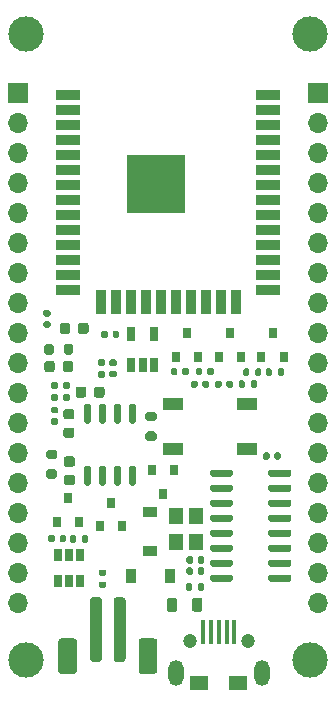
<source format=gbr>
%TF.GenerationSoftware,KiCad,Pcbnew,(5.1.7-0-10_14)*%
%TF.CreationDate,2020-11-17T22:17:43+09:00*%
%TF.ProjectId,mini-esp32,6d696e69-2d65-4737-9033-322e6b696361,rev?*%
%TF.SameCoordinates,Original*%
%TF.FileFunction,Soldermask,Top*%
%TF.FilePolarity,Negative*%
%FSLAX46Y46*%
G04 Gerber Fmt 4.6, Leading zero omitted, Abs format (unit mm)*
G04 Created by KiCad (PCBNEW (5.1.7-0-10_14)) date 2020-11-17 22:17:43*
%MOMM*%
%LPD*%
G01*
G04 APERTURE LIST*
%ADD10R,5.000000X5.000000*%
%ADD11R,2.000000X0.900000*%
%ADD12R,0.900000X2.000000*%
%ADD13R,0.400000X2.000000*%
%ADD14R,1.600000X1.200000*%
%ADD15O,1.300000X2.200000*%
%ADD16C,1.200000*%
%ADD17R,1.200000X0.900000*%
%ADD18R,0.800000X0.900000*%
%ADD19R,1.700000X1.000000*%
%ADD20R,0.650000X1.220000*%
%ADD21R,1.200000X1.400000*%
%ADD22C,3.000000*%
%ADD23O,1.700000X1.700000*%
%ADD24R,1.700000X1.700000*%
%ADD25R,0.650000X1.060000*%
%ADD26R,0.900000X1.200000*%
G04 APERTURE END LIST*
%TO.C,R3*%
G36*
G01*
X127885000Y-91620000D02*
X128255000Y-91620000D01*
G75*
G02*
X128390000Y-91755000I0J-135000D01*
G01*
X128390000Y-92025000D01*
G75*
G02*
X128255000Y-92160000I-135000J0D01*
G01*
X127885000Y-92160000D01*
G75*
G02*
X127750000Y-92025000I0J135000D01*
G01*
X127750000Y-91755000D01*
G75*
G02*
X127885000Y-91620000I135000J0D01*
G01*
G37*
G36*
G01*
X127885000Y-92640000D02*
X128255000Y-92640000D01*
G75*
G02*
X128390000Y-92775000I0J-135000D01*
G01*
X128390000Y-93045000D01*
G75*
G02*
X128255000Y-93180000I-135000J0D01*
G01*
X127885000Y-93180000D01*
G75*
G02*
X127750000Y-93045000I0J135000D01*
G01*
X127750000Y-92775000D01*
G75*
G02*
X127885000Y-92640000I135000J0D01*
G01*
G37*
%TD*%
%TO.C,C3*%
G36*
G01*
X128600000Y-89330000D02*
X128600000Y-89670000D01*
G75*
G02*
X128460000Y-89810000I-140000J0D01*
G01*
X128180000Y-89810000D01*
G75*
G02*
X128040000Y-89670000I0J140000D01*
G01*
X128040000Y-89330000D01*
G75*
G02*
X128180000Y-89190000I140000J0D01*
G01*
X128460000Y-89190000D01*
G75*
G02*
X128600000Y-89330000I0J-140000D01*
G01*
G37*
G36*
G01*
X129560000Y-89330000D02*
X129560000Y-89670000D01*
G75*
G02*
X129420000Y-89810000I-140000J0D01*
G01*
X129140000Y-89810000D01*
G75*
G02*
X129000000Y-89670000I0J140000D01*
G01*
X129000000Y-89330000D01*
G75*
G02*
X129140000Y-89190000I140000J0D01*
G01*
X129420000Y-89190000D01*
G75*
G02*
X129560000Y-89330000I0J-140000D01*
G01*
G37*
%TD*%
D10*
%TO.C,U1*%
X132700000Y-76745000D03*
D11*
X125200000Y-69245000D03*
X125200000Y-70515000D03*
X125200000Y-71785000D03*
X125200000Y-73055000D03*
X125200000Y-74325000D03*
X125200000Y-75595000D03*
X125200000Y-76865000D03*
X125200000Y-78135000D03*
X125200000Y-79405000D03*
X125200000Y-80675000D03*
X125200000Y-81945000D03*
X125200000Y-83215000D03*
X125200000Y-84485000D03*
X125200000Y-85755000D03*
D12*
X127985000Y-86755000D03*
X129255000Y-86755000D03*
X130525000Y-86755000D03*
X131795000Y-86755000D03*
X133065000Y-86755000D03*
X134335000Y-86755000D03*
X135605000Y-86755000D03*
X136875000Y-86755000D03*
X138145000Y-86755000D03*
X139415000Y-86755000D03*
D11*
X142200000Y-85755000D03*
X142200000Y-84485000D03*
X142200000Y-83215000D03*
X142200000Y-81945000D03*
X142200000Y-80675000D03*
X142200000Y-79405000D03*
X142200000Y-78135000D03*
X142200000Y-76865000D03*
X142200000Y-75595000D03*
X142200000Y-74325000D03*
X142200000Y-73055000D03*
X142200000Y-71785000D03*
X142200000Y-70515000D03*
X142200000Y-69245000D03*
%TD*%
D13*
%TO.C,J2*%
X139299000Y-114713000D03*
X138649000Y-114713000D03*
X137999000Y-114713000D03*
X137349000Y-114713000D03*
X136699000Y-114713000D03*
D14*
X139605000Y-119025000D03*
X136326000Y-119009000D03*
D15*
X141628000Y-118198000D03*
X134389000Y-118198000D03*
D16*
X135584000Y-115498000D03*
X140434000Y-115498000D03*
%TD*%
%TO.C,C1*%
G36*
G01*
X127425000Y-94650000D02*
X127425000Y-94150000D01*
G75*
G02*
X127650000Y-93925000I225000J0D01*
G01*
X128100000Y-93925000D01*
G75*
G02*
X128325000Y-94150000I0J-225000D01*
G01*
X128325000Y-94650000D01*
G75*
G02*
X128100000Y-94875000I-225000J0D01*
G01*
X127650000Y-94875000D01*
G75*
G02*
X127425000Y-94650000I0J225000D01*
G01*
G37*
G36*
G01*
X125875000Y-94650000D02*
X125875000Y-94150000D01*
G75*
G02*
X126100000Y-93925000I225000J0D01*
G01*
X126550000Y-93925000D01*
G75*
G02*
X126775000Y-94150000I0J-225000D01*
G01*
X126775000Y-94650000D01*
G75*
G02*
X126550000Y-94875000I-225000J0D01*
G01*
X126100000Y-94875000D01*
G75*
G02*
X125875000Y-94650000I0J225000D01*
G01*
G37*
%TD*%
%TO.C,C2*%
G36*
G01*
X128870000Y-91620000D02*
X129210000Y-91620000D01*
G75*
G02*
X129350000Y-91760000I0J-140000D01*
G01*
X129350000Y-92040000D01*
G75*
G02*
X129210000Y-92180000I-140000J0D01*
G01*
X128870000Y-92180000D01*
G75*
G02*
X128730000Y-92040000I0J140000D01*
G01*
X128730000Y-91760000D01*
G75*
G02*
X128870000Y-91620000I140000J0D01*
G01*
G37*
G36*
G01*
X128870000Y-92580000D02*
X129210000Y-92580000D01*
G75*
G02*
X129350000Y-92720000I0J-140000D01*
G01*
X129350000Y-93000000D01*
G75*
G02*
X129210000Y-93140000I-140000J0D01*
G01*
X128870000Y-93140000D01*
G75*
G02*
X128730000Y-93000000I0J140000D01*
G01*
X128730000Y-92720000D01*
G75*
G02*
X128870000Y-92580000I140000J0D01*
G01*
G37*
%TD*%
%TO.C,C5*%
G36*
G01*
X125600000Y-102275000D02*
X125100000Y-102275000D01*
G75*
G02*
X124875000Y-102050000I0J225000D01*
G01*
X124875000Y-101600000D01*
G75*
G02*
X125100000Y-101375000I225000J0D01*
G01*
X125600000Y-101375000D01*
G75*
G02*
X125825000Y-101600000I0J-225000D01*
G01*
X125825000Y-102050000D01*
G75*
G02*
X125600000Y-102275000I-225000J0D01*
G01*
G37*
G36*
G01*
X125600000Y-100725000D02*
X125100000Y-100725000D01*
G75*
G02*
X124875000Y-100500000I0J225000D01*
G01*
X124875000Y-100050000D01*
G75*
G02*
X125100000Y-99825000I225000J0D01*
G01*
X125600000Y-99825000D01*
G75*
G02*
X125825000Y-100050000I0J-225000D01*
G01*
X125825000Y-100500000D01*
G75*
G02*
X125600000Y-100725000I-225000J0D01*
G01*
G37*
%TD*%
%TO.C,C6*%
G36*
G01*
X123280000Y-87440000D02*
X123620000Y-87440000D01*
G75*
G02*
X123760000Y-87580000I0J-140000D01*
G01*
X123760000Y-87860000D01*
G75*
G02*
X123620000Y-88000000I-140000J0D01*
G01*
X123280000Y-88000000D01*
G75*
G02*
X123140000Y-87860000I0J140000D01*
G01*
X123140000Y-87580000D01*
G75*
G02*
X123280000Y-87440000I140000J0D01*
G01*
G37*
G36*
G01*
X123280000Y-88400000D02*
X123620000Y-88400000D01*
G75*
G02*
X123760000Y-88540000I0J-140000D01*
G01*
X123760000Y-88820000D01*
G75*
G02*
X123620000Y-88960000I-140000J0D01*
G01*
X123280000Y-88960000D01*
G75*
G02*
X123140000Y-88820000I0J140000D01*
G01*
X123140000Y-88540000D01*
G75*
G02*
X123280000Y-88400000I140000J0D01*
G01*
G37*
%TD*%
%TO.C,C7*%
G36*
G01*
X138230000Y-93556000D02*
X138230000Y-93896000D01*
G75*
G02*
X138090000Y-94036000I-140000J0D01*
G01*
X137810000Y-94036000D01*
G75*
G02*
X137670000Y-93896000I0J140000D01*
G01*
X137670000Y-93556000D01*
G75*
G02*
X137810000Y-93416000I140000J0D01*
G01*
X138090000Y-93416000D01*
G75*
G02*
X138230000Y-93556000I0J-140000D01*
G01*
G37*
G36*
G01*
X139190000Y-93556000D02*
X139190000Y-93896000D01*
G75*
G02*
X139050000Y-94036000I-140000J0D01*
G01*
X138770000Y-94036000D01*
G75*
G02*
X138630000Y-93896000I0J140000D01*
G01*
X138630000Y-93556000D01*
G75*
G02*
X138770000Y-93416000I140000J0D01*
G01*
X139050000Y-93416000D01*
G75*
G02*
X139190000Y-93556000I0J-140000D01*
G01*
G37*
%TD*%
%TO.C,C8*%
G36*
G01*
X137158000Y-93556000D02*
X137158000Y-93896000D01*
G75*
G02*
X137018000Y-94036000I-140000J0D01*
G01*
X136738000Y-94036000D01*
G75*
G02*
X136598000Y-93896000I0J140000D01*
G01*
X136598000Y-93556000D01*
G75*
G02*
X136738000Y-93416000I140000J0D01*
G01*
X137018000Y-93416000D01*
G75*
G02*
X137158000Y-93556000I0J-140000D01*
G01*
G37*
G36*
G01*
X136198000Y-93556000D02*
X136198000Y-93896000D01*
G75*
G02*
X136058000Y-94036000I-140000J0D01*
G01*
X135778000Y-94036000D01*
G75*
G02*
X135638000Y-93896000I0J140000D01*
G01*
X135638000Y-93556000D01*
G75*
G02*
X135778000Y-93416000I140000J0D01*
G01*
X136058000Y-93416000D01*
G75*
G02*
X136198000Y-93556000I0J-140000D01*
G01*
G37*
%TD*%
%TO.C,C9*%
G36*
G01*
X136780000Y-108430000D02*
X136780000Y-108770000D01*
G75*
G02*
X136640000Y-108910000I-140000J0D01*
G01*
X136360000Y-108910000D01*
G75*
G02*
X136220000Y-108770000I0J140000D01*
G01*
X136220000Y-108430000D01*
G75*
G02*
X136360000Y-108290000I140000J0D01*
G01*
X136640000Y-108290000D01*
G75*
G02*
X136780000Y-108430000I0J-140000D01*
G01*
G37*
G36*
G01*
X135820000Y-108430000D02*
X135820000Y-108770000D01*
G75*
G02*
X135680000Y-108910000I-140000J0D01*
G01*
X135400000Y-108910000D01*
G75*
G02*
X135260000Y-108770000I0J140000D01*
G01*
X135260000Y-108430000D01*
G75*
G02*
X135400000Y-108290000I140000J0D01*
G01*
X135680000Y-108290000D01*
G75*
G02*
X135820000Y-108430000I0J-140000D01*
G01*
G37*
%TD*%
%TO.C,C10*%
G36*
G01*
X135820000Y-109380000D02*
X135820000Y-109720000D01*
G75*
G02*
X135680000Y-109860000I-140000J0D01*
G01*
X135400000Y-109860000D01*
G75*
G02*
X135260000Y-109720000I0J140000D01*
G01*
X135260000Y-109380000D01*
G75*
G02*
X135400000Y-109240000I140000J0D01*
G01*
X135680000Y-109240000D01*
G75*
G02*
X135820000Y-109380000I0J-140000D01*
G01*
G37*
G36*
G01*
X136780000Y-109380000D02*
X136780000Y-109720000D01*
G75*
G02*
X136640000Y-109860000I-140000J0D01*
G01*
X136360000Y-109860000D01*
G75*
G02*
X136220000Y-109720000I0J140000D01*
G01*
X136220000Y-109380000D01*
G75*
G02*
X136360000Y-109240000I140000J0D01*
G01*
X136640000Y-109240000D01*
G75*
G02*
X136780000Y-109380000I0J-140000D01*
G01*
G37*
%TD*%
D17*
%TO.C,D1*%
X132200000Y-104550000D03*
X132200000Y-107850000D03*
%TD*%
%TO.C,D2*%
G36*
G01*
X125556250Y-96700000D02*
X125043750Y-96700000D01*
G75*
G02*
X124825000Y-96481250I0J218750D01*
G01*
X124825000Y-96043750D01*
G75*
G02*
X125043750Y-95825000I218750J0D01*
G01*
X125556250Y-95825000D01*
G75*
G02*
X125775000Y-96043750I0J-218750D01*
G01*
X125775000Y-96481250D01*
G75*
G02*
X125556250Y-96700000I-218750J0D01*
G01*
G37*
G36*
G01*
X125556250Y-98275000D02*
X125043750Y-98275000D01*
G75*
G02*
X124825000Y-98056250I0J218750D01*
G01*
X124825000Y-97618750D01*
G75*
G02*
X125043750Y-97400000I218750J0D01*
G01*
X125556250Y-97400000D01*
G75*
G02*
X125775000Y-97618750I0J-218750D01*
G01*
X125775000Y-98056250D01*
G75*
G02*
X125556250Y-98275000I-218750J0D01*
G01*
G37*
%TD*%
%TO.C,D3*%
G36*
G01*
X124810000Y-92481250D02*
X124810000Y-91968750D01*
G75*
G02*
X125028750Y-91750000I218750J0D01*
G01*
X125466250Y-91750000D01*
G75*
G02*
X125685000Y-91968750I0J-218750D01*
G01*
X125685000Y-92481250D01*
G75*
G02*
X125466250Y-92700000I-218750J0D01*
G01*
X125028750Y-92700000D01*
G75*
G02*
X124810000Y-92481250I0J218750D01*
G01*
G37*
G36*
G01*
X123235000Y-92481250D02*
X123235000Y-91968750D01*
G75*
G02*
X123453750Y-91750000I218750J0D01*
G01*
X123891250Y-91750000D01*
G75*
G02*
X124110000Y-91968750I0J-218750D01*
G01*
X124110000Y-92481250D01*
G75*
G02*
X123891250Y-92700000I-218750J0D01*
G01*
X123453750Y-92700000D01*
G75*
G02*
X123235000Y-92481250I0J218750D01*
G01*
G37*
%TD*%
%TO.C,FB1*%
G36*
G01*
X133600000Y-112781250D02*
X133600000Y-112018750D01*
G75*
G02*
X133818750Y-111800000I218750J0D01*
G01*
X134256250Y-111800000D01*
G75*
G02*
X134475000Y-112018750I0J-218750D01*
G01*
X134475000Y-112781250D01*
G75*
G02*
X134256250Y-113000000I-218750J0D01*
G01*
X133818750Y-113000000D01*
G75*
G02*
X133600000Y-112781250I0J218750D01*
G01*
G37*
G36*
G01*
X135725000Y-112781250D02*
X135725000Y-112018750D01*
G75*
G02*
X135943750Y-111800000I218750J0D01*
G01*
X136381250Y-111800000D01*
G75*
G02*
X136600000Y-112018750I0J-218750D01*
G01*
X136600000Y-112781250D01*
G75*
G02*
X136381250Y-113000000I-218750J0D01*
G01*
X135943750Y-113000000D01*
G75*
G02*
X135725000Y-112781250I0J218750D01*
G01*
G37*
%TD*%
%TO.C,J1*%
G36*
G01*
X126000000Y-115500000D02*
X126000000Y-118000000D01*
G75*
G02*
X125750000Y-118250000I-250000J0D01*
G01*
X124650000Y-118250000D01*
G75*
G02*
X124400000Y-118000000I0J250000D01*
G01*
X124400000Y-115500000D01*
G75*
G02*
X124650000Y-115250000I250000J0D01*
G01*
X125750000Y-115250000D01*
G75*
G02*
X126000000Y-115500000I0J-250000D01*
G01*
G37*
G36*
G01*
X132800000Y-115500000D02*
X132800000Y-118000000D01*
G75*
G02*
X132550000Y-118250000I-250000J0D01*
G01*
X131450000Y-118250000D01*
G75*
G02*
X131200000Y-118000000I0J250000D01*
G01*
X131200000Y-115500000D01*
G75*
G02*
X131450000Y-115250000I250000J0D01*
G01*
X132550000Y-115250000D01*
G75*
G02*
X132800000Y-115500000I0J-250000D01*
G01*
G37*
G36*
G01*
X128100000Y-112000000D02*
X128100000Y-117000000D01*
G75*
G02*
X127850000Y-117250000I-250000J0D01*
G01*
X127350000Y-117250000D01*
G75*
G02*
X127100000Y-117000000I0J250000D01*
G01*
X127100000Y-112000000D01*
G75*
G02*
X127350000Y-111750000I250000J0D01*
G01*
X127850000Y-111750000D01*
G75*
G02*
X128100000Y-112000000I0J-250000D01*
G01*
G37*
G36*
G01*
X130100000Y-112000000D02*
X130100000Y-117000000D01*
G75*
G02*
X129850000Y-117250000I-250000J0D01*
G01*
X129350000Y-117250000D01*
G75*
G02*
X129100000Y-117000000I0J250000D01*
G01*
X129100000Y-112000000D01*
G75*
G02*
X129350000Y-111750000I250000J0D01*
G01*
X129850000Y-111750000D01*
G75*
G02*
X130100000Y-112000000I0J-250000D01*
G01*
G37*
%TD*%
D18*
%TO.C,Q1*%
X134200000Y-101000000D03*
X132300000Y-101000000D03*
X133250000Y-103000000D03*
%TD*%
%TO.C,R1*%
G36*
G01*
X136240000Y-111085000D02*
X136240000Y-110715000D01*
G75*
G02*
X136375000Y-110580000I135000J0D01*
G01*
X136645000Y-110580000D01*
G75*
G02*
X136780000Y-110715000I0J-135000D01*
G01*
X136780000Y-111085000D01*
G75*
G02*
X136645000Y-111220000I-135000J0D01*
G01*
X136375000Y-111220000D01*
G75*
G02*
X136240000Y-111085000I0J135000D01*
G01*
G37*
G36*
G01*
X135220000Y-111085000D02*
X135220000Y-110715000D01*
G75*
G02*
X135355000Y-110580000I135000J0D01*
G01*
X135625000Y-110580000D01*
G75*
G02*
X135760000Y-110715000I0J-135000D01*
G01*
X135760000Y-111085000D01*
G75*
G02*
X135625000Y-111220000I-135000J0D01*
G01*
X135355000Y-111220000D01*
G75*
G02*
X135220000Y-111085000I0J135000D01*
G01*
G37*
%TD*%
%TO.C,R4*%
G36*
G01*
X124125000Y-101725000D02*
X123575000Y-101725000D01*
G75*
G02*
X123375000Y-101525000I0J200000D01*
G01*
X123375000Y-101125000D01*
G75*
G02*
X123575000Y-100925000I200000J0D01*
G01*
X124125000Y-100925000D01*
G75*
G02*
X124325000Y-101125000I0J-200000D01*
G01*
X124325000Y-101525000D01*
G75*
G02*
X124125000Y-101725000I-200000J0D01*
G01*
G37*
G36*
G01*
X124125000Y-100075000D02*
X123575000Y-100075000D01*
G75*
G02*
X123375000Y-99875000I0J200000D01*
G01*
X123375000Y-99475000D01*
G75*
G02*
X123575000Y-99275000I200000J0D01*
G01*
X124125000Y-99275000D01*
G75*
G02*
X124325000Y-99475000I0J-200000D01*
G01*
X124325000Y-99875000D01*
G75*
G02*
X124125000Y-100075000I-200000J0D01*
G01*
G37*
%TD*%
%TO.C,R5*%
G36*
G01*
X124285000Y-94110000D02*
X123915000Y-94110000D01*
G75*
G02*
X123780000Y-93975000I0J135000D01*
G01*
X123780000Y-93705000D01*
G75*
G02*
X123915000Y-93570000I135000J0D01*
G01*
X124285000Y-93570000D01*
G75*
G02*
X124420000Y-93705000I0J-135000D01*
G01*
X124420000Y-93975000D01*
G75*
G02*
X124285000Y-94110000I-135000J0D01*
G01*
G37*
G36*
G01*
X124285000Y-95130000D02*
X123915000Y-95130000D01*
G75*
G02*
X123780000Y-94995000I0J135000D01*
G01*
X123780000Y-94725000D01*
G75*
G02*
X123915000Y-94590000I135000J0D01*
G01*
X124285000Y-94590000D01*
G75*
G02*
X124420000Y-94725000I0J-135000D01*
G01*
X124420000Y-94995000D01*
G75*
G02*
X124285000Y-95130000I-135000J0D01*
G01*
G37*
%TD*%
%TO.C,R6*%
G36*
G01*
X124915000Y-94590000D02*
X125285000Y-94590000D01*
G75*
G02*
X125420000Y-94725000I0J-135000D01*
G01*
X125420000Y-94995000D01*
G75*
G02*
X125285000Y-95130000I-135000J0D01*
G01*
X124915000Y-95130000D01*
G75*
G02*
X124780000Y-94995000I0J135000D01*
G01*
X124780000Y-94725000D01*
G75*
G02*
X124915000Y-94590000I135000J0D01*
G01*
G37*
G36*
G01*
X124915000Y-93570000D02*
X125285000Y-93570000D01*
G75*
G02*
X125420000Y-93705000I0J-135000D01*
G01*
X125420000Y-93975000D01*
G75*
G02*
X125285000Y-94110000I-135000J0D01*
G01*
X124915000Y-94110000D01*
G75*
G02*
X124780000Y-93975000I0J135000D01*
G01*
X124780000Y-93705000D01*
G75*
G02*
X124915000Y-93570000I135000J0D01*
G01*
G37*
%TD*%
%TO.C,R7*%
G36*
G01*
X140050000Y-92885000D02*
X140050000Y-92515000D01*
G75*
G02*
X140185000Y-92380000I135000J0D01*
G01*
X140455000Y-92380000D01*
G75*
G02*
X140590000Y-92515000I0J-135000D01*
G01*
X140590000Y-92885000D01*
G75*
G02*
X140455000Y-93020000I-135000J0D01*
G01*
X140185000Y-93020000D01*
G75*
G02*
X140050000Y-92885000I0J135000D01*
G01*
G37*
G36*
G01*
X141070000Y-92885000D02*
X141070000Y-92515000D01*
G75*
G02*
X141205000Y-92380000I135000J0D01*
G01*
X141475000Y-92380000D01*
G75*
G02*
X141610000Y-92515000I0J-135000D01*
G01*
X141610000Y-92885000D01*
G75*
G02*
X141475000Y-93020000I-135000J0D01*
G01*
X141205000Y-93020000D01*
G75*
G02*
X141070000Y-92885000I0J135000D01*
G01*
G37*
%TD*%
%TO.C,R8*%
G36*
G01*
X143526000Y-92525000D02*
X143526000Y-92895000D01*
G75*
G02*
X143391000Y-93030000I-135000J0D01*
G01*
X143121000Y-93030000D01*
G75*
G02*
X142986000Y-92895000I0J135000D01*
G01*
X142986000Y-92525000D01*
G75*
G02*
X143121000Y-92390000I135000J0D01*
G01*
X143391000Y-92390000D01*
G75*
G02*
X143526000Y-92525000I0J-135000D01*
G01*
G37*
G36*
G01*
X142506000Y-92525000D02*
X142506000Y-92895000D01*
G75*
G02*
X142371000Y-93030000I-135000J0D01*
G01*
X142101000Y-93030000D01*
G75*
G02*
X141966000Y-92895000I0J135000D01*
G01*
X141966000Y-92525000D01*
G75*
G02*
X142101000Y-92390000I135000J0D01*
G01*
X142371000Y-92390000D01*
G75*
G02*
X142506000Y-92525000I0J-135000D01*
G01*
G37*
%TD*%
%TO.C,R10*%
G36*
G01*
X140222000Y-93541000D02*
X140222000Y-93911000D01*
G75*
G02*
X140087000Y-94046000I-135000J0D01*
G01*
X139817000Y-94046000D01*
G75*
G02*
X139682000Y-93911000I0J135000D01*
G01*
X139682000Y-93541000D01*
G75*
G02*
X139817000Y-93406000I135000J0D01*
G01*
X140087000Y-93406000D01*
G75*
G02*
X140222000Y-93541000I0J-135000D01*
G01*
G37*
G36*
G01*
X141242000Y-93541000D02*
X141242000Y-93911000D01*
G75*
G02*
X141107000Y-94046000I-135000J0D01*
G01*
X140837000Y-94046000D01*
G75*
G02*
X140702000Y-93911000I0J135000D01*
G01*
X140702000Y-93541000D01*
G75*
G02*
X140837000Y-93406000I135000J0D01*
G01*
X141107000Y-93406000D01*
G75*
G02*
X141242000Y-93541000I0J-135000D01*
G01*
G37*
%TD*%
%TO.C,R11*%
G36*
G01*
X123225000Y-91025000D02*
X123225000Y-90475000D01*
G75*
G02*
X123425000Y-90275000I200000J0D01*
G01*
X123825000Y-90275000D01*
G75*
G02*
X124025000Y-90475000I0J-200000D01*
G01*
X124025000Y-91025000D01*
G75*
G02*
X123825000Y-91225000I-200000J0D01*
G01*
X123425000Y-91225000D01*
G75*
G02*
X123225000Y-91025000I0J200000D01*
G01*
G37*
G36*
G01*
X124875000Y-91025000D02*
X124875000Y-90475000D01*
G75*
G02*
X125075000Y-90275000I200000J0D01*
G01*
X125475000Y-90275000D01*
G75*
G02*
X125675000Y-90475000I0J-200000D01*
G01*
X125675000Y-91025000D01*
G75*
G02*
X125475000Y-91225000I-200000J0D01*
G01*
X125075000Y-91225000D01*
G75*
G02*
X124875000Y-91025000I0J200000D01*
G01*
G37*
%TD*%
D19*
%TO.C,SW1*%
X140400000Y-99182000D03*
X134100000Y-99182000D03*
X140400000Y-95382000D03*
X134100000Y-95382000D03*
%TD*%
D20*
%TO.C,U2*%
X130600000Y-92060000D03*
X131550000Y-92060000D03*
X132500000Y-92060000D03*
X132500000Y-89440000D03*
X130600000Y-89440000D03*
%TD*%
%TO.C,U3*%
G36*
G01*
X130555000Y-100650000D02*
X130855000Y-100650000D01*
G75*
G02*
X131005000Y-100800000I0J-150000D01*
G01*
X131005000Y-102150000D01*
G75*
G02*
X130855000Y-102300000I-150000J0D01*
G01*
X130555000Y-102300000D01*
G75*
G02*
X130405000Y-102150000I0J150000D01*
G01*
X130405000Y-100800000D01*
G75*
G02*
X130555000Y-100650000I150000J0D01*
G01*
G37*
G36*
G01*
X129285000Y-100650000D02*
X129585000Y-100650000D01*
G75*
G02*
X129735000Y-100800000I0J-150000D01*
G01*
X129735000Y-102150000D01*
G75*
G02*
X129585000Y-102300000I-150000J0D01*
G01*
X129285000Y-102300000D01*
G75*
G02*
X129135000Y-102150000I0J150000D01*
G01*
X129135000Y-100800000D01*
G75*
G02*
X129285000Y-100650000I150000J0D01*
G01*
G37*
G36*
G01*
X128015000Y-100650000D02*
X128315000Y-100650000D01*
G75*
G02*
X128465000Y-100800000I0J-150000D01*
G01*
X128465000Y-102150000D01*
G75*
G02*
X128315000Y-102300000I-150000J0D01*
G01*
X128015000Y-102300000D01*
G75*
G02*
X127865000Y-102150000I0J150000D01*
G01*
X127865000Y-100800000D01*
G75*
G02*
X128015000Y-100650000I150000J0D01*
G01*
G37*
G36*
G01*
X126745000Y-100650000D02*
X127045000Y-100650000D01*
G75*
G02*
X127195000Y-100800000I0J-150000D01*
G01*
X127195000Y-102150000D01*
G75*
G02*
X127045000Y-102300000I-150000J0D01*
G01*
X126745000Y-102300000D01*
G75*
G02*
X126595000Y-102150000I0J150000D01*
G01*
X126595000Y-100800000D01*
G75*
G02*
X126745000Y-100650000I150000J0D01*
G01*
G37*
G36*
G01*
X126745000Y-95400000D02*
X127045000Y-95400000D01*
G75*
G02*
X127195000Y-95550000I0J-150000D01*
G01*
X127195000Y-96900000D01*
G75*
G02*
X127045000Y-97050000I-150000J0D01*
G01*
X126745000Y-97050000D01*
G75*
G02*
X126595000Y-96900000I0J150000D01*
G01*
X126595000Y-95550000D01*
G75*
G02*
X126745000Y-95400000I150000J0D01*
G01*
G37*
G36*
G01*
X128015000Y-95400000D02*
X128315000Y-95400000D01*
G75*
G02*
X128465000Y-95550000I0J-150000D01*
G01*
X128465000Y-96900000D01*
G75*
G02*
X128315000Y-97050000I-150000J0D01*
G01*
X128015000Y-97050000D01*
G75*
G02*
X127865000Y-96900000I0J150000D01*
G01*
X127865000Y-95550000D01*
G75*
G02*
X128015000Y-95400000I150000J0D01*
G01*
G37*
G36*
G01*
X129285000Y-95400000D02*
X129585000Y-95400000D01*
G75*
G02*
X129735000Y-95550000I0J-150000D01*
G01*
X129735000Y-96900000D01*
G75*
G02*
X129585000Y-97050000I-150000J0D01*
G01*
X129285000Y-97050000D01*
G75*
G02*
X129135000Y-96900000I0J150000D01*
G01*
X129135000Y-95550000D01*
G75*
G02*
X129285000Y-95400000I150000J0D01*
G01*
G37*
G36*
G01*
X130555000Y-95400000D02*
X130855000Y-95400000D01*
G75*
G02*
X131005000Y-95550000I0J-150000D01*
G01*
X131005000Y-96900000D01*
G75*
G02*
X130855000Y-97050000I-150000J0D01*
G01*
X130555000Y-97050000D01*
G75*
G02*
X130405000Y-96900000I0J150000D01*
G01*
X130405000Y-95550000D01*
G75*
G02*
X130555000Y-95400000I150000J0D01*
G01*
G37*
%TD*%
%TO.C,U4*%
G36*
G01*
X137250000Y-101405000D02*
X137250000Y-101105000D01*
G75*
G02*
X137400000Y-100955000I150000J0D01*
G01*
X139050000Y-100955000D01*
G75*
G02*
X139200000Y-101105000I0J-150000D01*
G01*
X139200000Y-101405000D01*
G75*
G02*
X139050000Y-101555000I-150000J0D01*
G01*
X137400000Y-101555000D01*
G75*
G02*
X137250000Y-101405000I0J150000D01*
G01*
G37*
G36*
G01*
X137250000Y-102675000D02*
X137250000Y-102375000D01*
G75*
G02*
X137400000Y-102225000I150000J0D01*
G01*
X139050000Y-102225000D01*
G75*
G02*
X139200000Y-102375000I0J-150000D01*
G01*
X139200000Y-102675000D01*
G75*
G02*
X139050000Y-102825000I-150000J0D01*
G01*
X137400000Y-102825000D01*
G75*
G02*
X137250000Y-102675000I0J150000D01*
G01*
G37*
G36*
G01*
X137250000Y-103945000D02*
X137250000Y-103645000D01*
G75*
G02*
X137400000Y-103495000I150000J0D01*
G01*
X139050000Y-103495000D01*
G75*
G02*
X139200000Y-103645000I0J-150000D01*
G01*
X139200000Y-103945000D01*
G75*
G02*
X139050000Y-104095000I-150000J0D01*
G01*
X137400000Y-104095000D01*
G75*
G02*
X137250000Y-103945000I0J150000D01*
G01*
G37*
G36*
G01*
X137250000Y-105215000D02*
X137250000Y-104915000D01*
G75*
G02*
X137400000Y-104765000I150000J0D01*
G01*
X139050000Y-104765000D01*
G75*
G02*
X139200000Y-104915000I0J-150000D01*
G01*
X139200000Y-105215000D01*
G75*
G02*
X139050000Y-105365000I-150000J0D01*
G01*
X137400000Y-105365000D01*
G75*
G02*
X137250000Y-105215000I0J150000D01*
G01*
G37*
G36*
G01*
X137250000Y-106485000D02*
X137250000Y-106185000D01*
G75*
G02*
X137400000Y-106035000I150000J0D01*
G01*
X139050000Y-106035000D01*
G75*
G02*
X139200000Y-106185000I0J-150000D01*
G01*
X139200000Y-106485000D01*
G75*
G02*
X139050000Y-106635000I-150000J0D01*
G01*
X137400000Y-106635000D01*
G75*
G02*
X137250000Y-106485000I0J150000D01*
G01*
G37*
G36*
G01*
X137250000Y-107755000D02*
X137250000Y-107455000D01*
G75*
G02*
X137400000Y-107305000I150000J0D01*
G01*
X139050000Y-107305000D01*
G75*
G02*
X139200000Y-107455000I0J-150000D01*
G01*
X139200000Y-107755000D01*
G75*
G02*
X139050000Y-107905000I-150000J0D01*
G01*
X137400000Y-107905000D01*
G75*
G02*
X137250000Y-107755000I0J150000D01*
G01*
G37*
G36*
G01*
X137250000Y-109025000D02*
X137250000Y-108725000D01*
G75*
G02*
X137400000Y-108575000I150000J0D01*
G01*
X139050000Y-108575000D01*
G75*
G02*
X139200000Y-108725000I0J-150000D01*
G01*
X139200000Y-109025000D01*
G75*
G02*
X139050000Y-109175000I-150000J0D01*
G01*
X137400000Y-109175000D01*
G75*
G02*
X137250000Y-109025000I0J150000D01*
G01*
G37*
G36*
G01*
X137250000Y-110295000D02*
X137250000Y-109995000D01*
G75*
G02*
X137400000Y-109845000I150000J0D01*
G01*
X139050000Y-109845000D01*
G75*
G02*
X139200000Y-109995000I0J-150000D01*
G01*
X139200000Y-110295000D01*
G75*
G02*
X139050000Y-110445000I-150000J0D01*
G01*
X137400000Y-110445000D01*
G75*
G02*
X137250000Y-110295000I0J150000D01*
G01*
G37*
G36*
G01*
X142200000Y-110295000D02*
X142200000Y-109995000D01*
G75*
G02*
X142350000Y-109845000I150000J0D01*
G01*
X144000000Y-109845000D01*
G75*
G02*
X144150000Y-109995000I0J-150000D01*
G01*
X144150000Y-110295000D01*
G75*
G02*
X144000000Y-110445000I-150000J0D01*
G01*
X142350000Y-110445000D01*
G75*
G02*
X142200000Y-110295000I0J150000D01*
G01*
G37*
G36*
G01*
X142200000Y-109025000D02*
X142200000Y-108725000D01*
G75*
G02*
X142350000Y-108575000I150000J0D01*
G01*
X144000000Y-108575000D01*
G75*
G02*
X144150000Y-108725000I0J-150000D01*
G01*
X144150000Y-109025000D01*
G75*
G02*
X144000000Y-109175000I-150000J0D01*
G01*
X142350000Y-109175000D01*
G75*
G02*
X142200000Y-109025000I0J150000D01*
G01*
G37*
G36*
G01*
X142200000Y-107755000D02*
X142200000Y-107455000D01*
G75*
G02*
X142350000Y-107305000I150000J0D01*
G01*
X144000000Y-107305000D01*
G75*
G02*
X144150000Y-107455000I0J-150000D01*
G01*
X144150000Y-107755000D01*
G75*
G02*
X144000000Y-107905000I-150000J0D01*
G01*
X142350000Y-107905000D01*
G75*
G02*
X142200000Y-107755000I0J150000D01*
G01*
G37*
G36*
G01*
X142200000Y-106485000D02*
X142200000Y-106185000D01*
G75*
G02*
X142350000Y-106035000I150000J0D01*
G01*
X144000000Y-106035000D01*
G75*
G02*
X144150000Y-106185000I0J-150000D01*
G01*
X144150000Y-106485000D01*
G75*
G02*
X144000000Y-106635000I-150000J0D01*
G01*
X142350000Y-106635000D01*
G75*
G02*
X142200000Y-106485000I0J150000D01*
G01*
G37*
G36*
G01*
X142200000Y-105215000D02*
X142200000Y-104915000D01*
G75*
G02*
X142350000Y-104765000I150000J0D01*
G01*
X144000000Y-104765000D01*
G75*
G02*
X144150000Y-104915000I0J-150000D01*
G01*
X144150000Y-105215000D01*
G75*
G02*
X144000000Y-105365000I-150000J0D01*
G01*
X142350000Y-105365000D01*
G75*
G02*
X142200000Y-105215000I0J150000D01*
G01*
G37*
G36*
G01*
X142200000Y-103945000D02*
X142200000Y-103645000D01*
G75*
G02*
X142350000Y-103495000I150000J0D01*
G01*
X144000000Y-103495000D01*
G75*
G02*
X144150000Y-103645000I0J-150000D01*
G01*
X144150000Y-103945000D01*
G75*
G02*
X144000000Y-104095000I-150000J0D01*
G01*
X142350000Y-104095000D01*
G75*
G02*
X142200000Y-103945000I0J150000D01*
G01*
G37*
G36*
G01*
X142200000Y-102675000D02*
X142200000Y-102375000D01*
G75*
G02*
X142350000Y-102225000I150000J0D01*
G01*
X144000000Y-102225000D01*
G75*
G02*
X144150000Y-102375000I0J-150000D01*
G01*
X144150000Y-102675000D01*
G75*
G02*
X144000000Y-102825000I-150000J0D01*
G01*
X142350000Y-102825000D01*
G75*
G02*
X142200000Y-102675000I0J150000D01*
G01*
G37*
G36*
G01*
X142200000Y-101405000D02*
X142200000Y-101105000D01*
G75*
G02*
X142350000Y-100955000I150000J0D01*
G01*
X144000000Y-100955000D01*
G75*
G02*
X144150000Y-101105000I0J-150000D01*
G01*
X144150000Y-101405000D01*
G75*
G02*
X144000000Y-101555000I-150000J0D01*
G01*
X142350000Y-101555000D01*
G75*
G02*
X142200000Y-101405000I0J150000D01*
G01*
G37*
%TD*%
D21*
%TO.C,Y1*%
X136050000Y-107100000D03*
X136050000Y-104900000D03*
X134350000Y-104900000D03*
X134350000Y-107100000D03*
%TD*%
D18*
%TO.C,Q2*%
X137975001Y-91400000D03*
X139875001Y-91400000D03*
X138925001Y-89400000D03*
%TD*%
%TO.C,Q3*%
X142550000Y-89400000D03*
X143500000Y-91400000D03*
X141600000Y-91400000D03*
%TD*%
D22*
%TO.C,H1*%
X145700000Y-117100000D03*
%TD*%
%TO.C,H2*%
X145700000Y-64100000D03*
%TD*%
%TO.C,H3*%
X121700000Y-64100000D03*
%TD*%
%TO.C,H4*%
X121700000Y-117100000D03*
%TD*%
D23*
%TO.C,J5*%
X121000000Y-112240000D03*
X121000000Y-109700000D03*
X121000000Y-107160000D03*
X121000000Y-104620000D03*
X121000000Y-102080000D03*
X121000000Y-99540000D03*
X121000000Y-97000000D03*
X121000000Y-94460000D03*
X121000000Y-91920000D03*
X121000000Y-89380000D03*
X121000000Y-86840000D03*
X121000000Y-84300000D03*
X121000000Y-81760000D03*
X121000000Y-79220000D03*
X121000000Y-76680000D03*
X121000000Y-74140000D03*
X121000000Y-71600000D03*
D24*
X121000000Y-69060000D03*
%TD*%
%TO.C,J6*%
X146400000Y-69060000D03*
D23*
X146400000Y-71600000D03*
X146400000Y-74140000D03*
X146400000Y-76680000D03*
X146400000Y-79220000D03*
X146400000Y-81760000D03*
X146400000Y-84300000D03*
X146400000Y-86840000D03*
X146400000Y-89380000D03*
X146400000Y-91920000D03*
X146400000Y-94460000D03*
X146400000Y-97000000D03*
X146400000Y-99540000D03*
X146400000Y-102080000D03*
X146400000Y-104620000D03*
X146400000Y-107160000D03*
X146400000Y-109700000D03*
X146400000Y-112240000D03*
%TD*%
%TO.C,C11*%
G36*
G01*
X125080000Y-106630000D02*
X125080000Y-106970000D01*
G75*
G02*
X124940000Y-107110000I-140000J0D01*
G01*
X124660000Y-107110000D01*
G75*
G02*
X124520000Y-106970000I0J140000D01*
G01*
X124520000Y-106630000D01*
G75*
G02*
X124660000Y-106490000I140000J0D01*
G01*
X124940000Y-106490000D01*
G75*
G02*
X125080000Y-106630000I0J-140000D01*
G01*
G37*
G36*
G01*
X124120000Y-106630000D02*
X124120000Y-106970000D01*
G75*
G02*
X123980000Y-107110000I-140000J0D01*
G01*
X123700000Y-107110000D01*
G75*
G02*
X123560000Y-106970000I0J140000D01*
G01*
X123560000Y-106630000D01*
G75*
G02*
X123700000Y-106490000I140000J0D01*
G01*
X123980000Y-106490000D01*
G75*
G02*
X124120000Y-106630000I0J-140000D01*
G01*
G37*
%TD*%
D18*
%TO.C,Q5*%
X124300000Y-105350000D03*
X126200000Y-105350000D03*
X125250000Y-103350000D03*
%TD*%
%TO.C,Q6*%
X128850000Y-103750000D03*
X129800000Y-105750000D03*
X127900000Y-105750000D03*
%TD*%
%TO.C,R15*%
G36*
G01*
X128335000Y-110980000D02*
X127965000Y-110980000D01*
G75*
G02*
X127830000Y-110845000I0J135000D01*
G01*
X127830000Y-110575000D01*
G75*
G02*
X127965000Y-110440000I135000J0D01*
G01*
X128335000Y-110440000D01*
G75*
G02*
X128470000Y-110575000I0J-135000D01*
G01*
X128470000Y-110845000D01*
G75*
G02*
X128335000Y-110980000I-135000J0D01*
G01*
G37*
G36*
G01*
X128335000Y-109960000D02*
X127965000Y-109960000D01*
G75*
G02*
X127830000Y-109825000I0J135000D01*
G01*
X127830000Y-109555000D01*
G75*
G02*
X127965000Y-109420000I135000J0D01*
G01*
X128335000Y-109420000D01*
G75*
G02*
X128470000Y-109555000I0J-135000D01*
G01*
X128470000Y-109825000D01*
G75*
G02*
X128335000Y-109960000I-135000J0D01*
G01*
G37*
%TD*%
D25*
%TO.C,U5*%
X124350000Y-110350000D03*
X125300000Y-110350000D03*
X126250000Y-110350000D03*
X126250000Y-108150000D03*
X124350000Y-108150000D03*
X125300000Y-108150000D03*
%TD*%
%TO.C,R9*%
G36*
G01*
X132525000Y-98525000D02*
X131975000Y-98525000D01*
G75*
G02*
X131775000Y-98325000I0J200000D01*
G01*
X131775000Y-97925000D01*
G75*
G02*
X131975000Y-97725000I200000J0D01*
G01*
X132525000Y-97725000D01*
G75*
G02*
X132725000Y-97925000I0J-200000D01*
G01*
X132725000Y-98325000D01*
G75*
G02*
X132525000Y-98525000I-200000J0D01*
G01*
G37*
G36*
G01*
X132525000Y-96875000D02*
X131975000Y-96875000D01*
G75*
G02*
X131775000Y-96675000I0J200000D01*
G01*
X131775000Y-96275000D01*
G75*
G02*
X131975000Y-96075000I200000J0D01*
G01*
X132525000Y-96075000D01*
G75*
G02*
X132725000Y-96275000I0J-200000D01*
G01*
X132725000Y-96675000D01*
G75*
G02*
X132525000Y-96875000I-200000J0D01*
G01*
G37*
%TD*%
%TO.C,R12*%
G36*
G01*
X125390000Y-106995000D02*
X125390000Y-106625000D01*
G75*
G02*
X125525000Y-106490000I135000J0D01*
G01*
X125795000Y-106490000D01*
G75*
G02*
X125930000Y-106625000I0J-135000D01*
G01*
X125930000Y-106995000D01*
G75*
G02*
X125795000Y-107130000I-135000J0D01*
G01*
X125525000Y-107130000D01*
G75*
G02*
X125390000Y-106995000I0J135000D01*
G01*
G37*
G36*
G01*
X126410000Y-106995000D02*
X126410000Y-106625000D01*
G75*
G02*
X126545000Y-106490000I135000J0D01*
G01*
X126815000Y-106490000D01*
G75*
G02*
X126950000Y-106625000I0J-135000D01*
G01*
X126950000Y-106995000D01*
G75*
G02*
X126815000Y-107130000I-135000J0D01*
G01*
X126545000Y-107130000D01*
G75*
G02*
X126410000Y-106995000I0J135000D01*
G01*
G37*
%TD*%
%TO.C,C12*%
G36*
G01*
X143260000Y-99630000D02*
X143260000Y-99970000D01*
G75*
G02*
X143120000Y-100110000I-140000J0D01*
G01*
X142840000Y-100110000D01*
G75*
G02*
X142700000Y-99970000I0J140000D01*
G01*
X142700000Y-99630000D01*
G75*
G02*
X142840000Y-99490000I140000J0D01*
G01*
X143120000Y-99490000D01*
G75*
G02*
X143260000Y-99630000I0J-140000D01*
G01*
G37*
G36*
G01*
X142300000Y-99630000D02*
X142300000Y-99970000D01*
G75*
G02*
X142160000Y-100110000I-140000J0D01*
G01*
X141880000Y-100110000D01*
G75*
G02*
X141740000Y-99970000I0J140000D01*
G01*
X141740000Y-99630000D01*
G75*
G02*
X141880000Y-99490000I140000J0D01*
G01*
X142160000Y-99490000D01*
G75*
G02*
X142300000Y-99630000I0J-140000D01*
G01*
G37*
%TD*%
%TO.C,C13*%
G36*
G01*
X135460000Y-92480000D02*
X135460000Y-92820000D01*
G75*
G02*
X135320000Y-92960000I-140000J0D01*
G01*
X135040000Y-92960000D01*
G75*
G02*
X134900000Y-92820000I0J140000D01*
G01*
X134900000Y-92480000D01*
G75*
G02*
X135040000Y-92340000I140000J0D01*
G01*
X135320000Y-92340000D01*
G75*
G02*
X135460000Y-92480000I0J-140000D01*
G01*
G37*
G36*
G01*
X134500000Y-92480000D02*
X134500000Y-92820000D01*
G75*
G02*
X134360000Y-92960000I-140000J0D01*
G01*
X134080000Y-92960000D01*
G75*
G02*
X133940000Y-92820000I0J140000D01*
G01*
X133940000Y-92480000D01*
G75*
G02*
X134080000Y-92340000I140000J0D01*
G01*
X134360000Y-92340000D01*
G75*
G02*
X134500000Y-92480000I0J-140000D01*
G01*
G37*
%TD*%
%TO.C,C14*%
G36*
G01*
X136040000Y-92820000D02*
X136040000Y-92480000D01*
G75*
G02*
X136180000Y-92340000I140000J0D01*
G01*
X136460000Y-92340000D01*
G75*
G02*
X136600000Y-92480000I0J-140000D01*
G01*
X136600000Y-92820000D01*
G75*
G02*
X136460000Y-92960000I-140000J0D01*
G01*
X136180000Y-92960000D01*
G75*
G02*
X136040000Y-92820000I0J140000D01*
G01*
G37*
G36*
G01*
X137000000Y-92820000D02*
X137000000Y-92480000D01*
G75*
G02*
X137140000Y-92340000I140000J0D01*
G01*
X137420000Y-92340000D01*
G75*
G02*
X137560000Y-92480000I0J-140000D01*
G01*
X137560000Y-92820000D01*
G75*
G02*
X137420000Y-92960000I-140000J0D01*
G01*
X137140000Y-92960000D01*
G75*
G02*
X137000000Y-92820000I0J140000D01*
G01*
G37*
%TD*%
D18*
%TO.C,U6*%
X134350000Y-91400000D03*
X136250000Y-91400000D03*
X135300000Y-89400000D03*
%TD*%
D26*
%TO.C,D4*%
X130550000Y-110000000D03*
X133850000Y-110000000D03*
%TD*%
%TO.C,C15*%
G36*
G01*
X123930000Y-95640000D02*
X124270000Y-95640000D01*
G75*
G02*
X124410000Y-95780000I0J-140000D01*
G01*
X124410000Y-96060000D01*
G75*
G02*
X124270000Y-96200000I-140000J0D01*
G01*
X123930000Y-96200000D01*
G75*
G02*
X123790000Y-96060000I0J140000D01*
G01*
X123790000Y-95780000D01*
G75*
G02*
X123930000Y-95640000I140000J0D01*
G01*
G37*
G36*
G01*
X123930000Y-96600000D02*
X124270000Y-96600000D01*
G75*
G02*
X124410000Y-96740000I0J-140000D01*
G01*
X124410000Y-97020000D01*
G75*
G02*
X124270000Y-97160000I-140000J0D01*
G01*
X123930000Y-97160000D01*
G75*
G02*
X123790000Y-97020000I0J140000D01*
G01*
X123790000Y-96740000D01*
G75*
G02*
X123930000Y-96600000I140000J0D01*
G01*
G37*
%TD*%
%TO.C,C4*%
G36*
G01*
X126975000Y-88750000D02*
X126975000Y-89250000D01*
G75*
G02*
X126750000Y-89475000I-225000J0D01*
G01*
X126300000Y-89475000D01*
G75*
G02*
X126075000Y-89250000I0J225000D01*
G01*
X126075000Y-88750000D01*
G75*
G02*
X126300000Y-88525000I225000J0D01*
G01*
X126750000Y-88525000D01*
G75*
G02*
X126975000Y-88750000I0J-225000D01*
G01*
G37*
G36*
G01*
X125425000Y-88750000D02*
X125425000Y-89250000D01*
G75*
G02*
X125200000Y-89475000I-225000J0D01*
G01*
X124750000Y-89475000D01*
G75*
G02*
X124525000Y-89250000I0J225000D01*
G01*
X124525000Y-88750000D01*
G75*
G02*
X124750000Y-88525000I225000J0D01*
G01*
X125200000Y-88525000D01*
G75*
G02*
X125425000Y-88750000I0J-225000D01*
G01*
G37*
%TD*%
M02*

</source>
